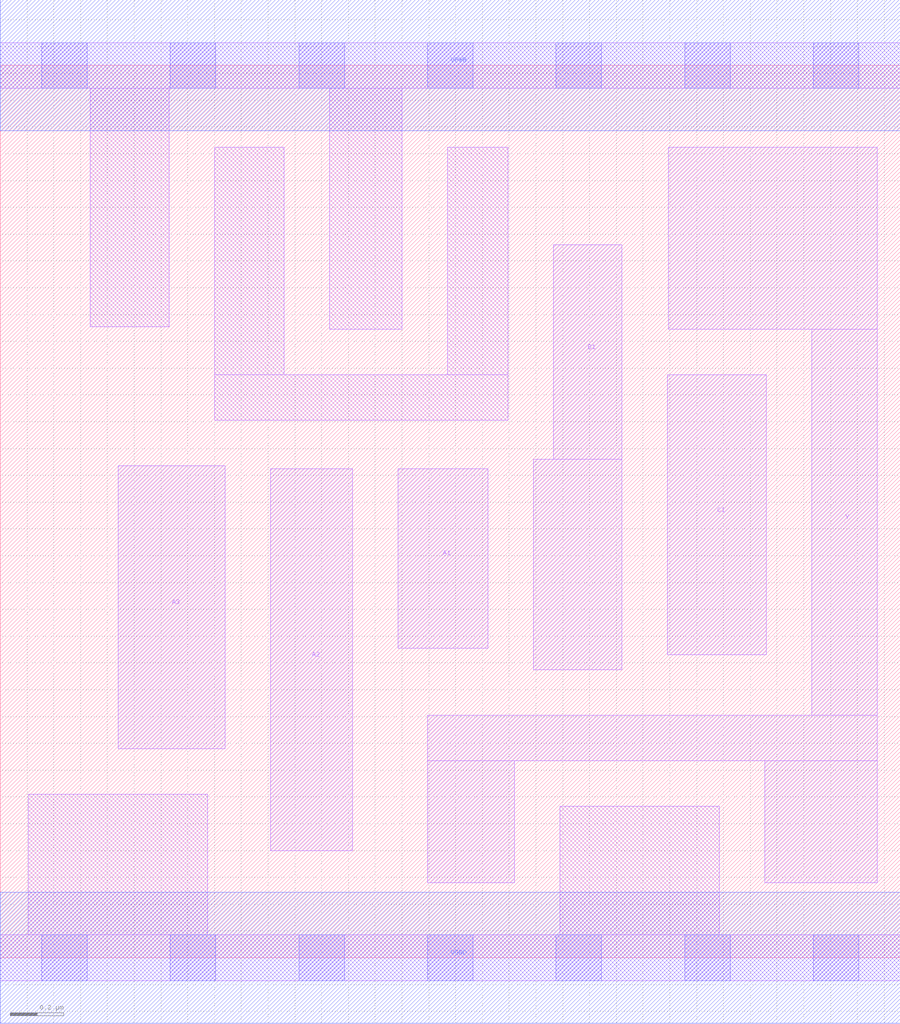
<source format=lef>
# Copyright 2020 The SkyWater PDK Authors
#
# Licensed under the Apache License, Version 2.0 (the "License");
# you may not use this file except in compliance with the License.
# You may obtain a copy of the License at
#
#     https://www.apache.org/licenses/LICENSE-2.0
#
# Unless required by applicable law or agreed to in writing, software
# distributed under the License is distributed on an "AS IS" BASIS,
# WITHOUT WARRANTIES OR CONDITIONS OF ANY KIND, either express or implied.
# See the License for the specific language governing permissions and
# limitations under the License.
#
# SPDX-License-Identifier: Apache-2.0

VERSION 5.7 ;
  NOWIREEXTENSIONATPIN ON ;
  DIVIDERCHAR "/" ;
  BUSBITCHARS "[]" ;
UNITS
  DATABASE MICRONS 200 ;
END UNITS
MACRO sky130_fd_sc_lp__a311oi_0
  CLASS CORE ;
  FOREIGN sky130_fd_sc_lp__a311oi_0 ;
  ORIGIN  0.000000  0.000000 ;
  SIZE  3.360000 BY  3.330000 ;
  SYMMETRY X Y R90 ;
  SITE unit ;
  PIN A1
    ANTENNAGATEAREA  0.159000 ;
    DIRECTION INPUT ;
    USE SIGNAL ;
    PORT
      LAYER li1 ;
        RECT 1.485000 1.155000 1.820000 1.825000 ;
    END
  END A1
  PIN A2
    ANTENNAGATEAREA  0.159000 ;
    DIRECTION INPUT ;
    USE SIGNAL ;
    PORT
      LAYER li1 ;
        RECT 1.010000 0.400000 1.315000 1.825000 ;
    END
  END A2
  PIN A3
    ANTENNAGATEAREA  0.159000 ;
    DIRECTION INPUT ;
    USE SIGNAL ;
    PORT
      LAYER li1 ;
        RECT 0.440000 0.780000 0.840000 1.835000 ;
    END
  END A3
  PIN B1
    ANTENNAGATEAREA  0.159000 ;
    DIRECTION INPUT ;
    USE SIGNAL ;
    PORT
      LAYER li1 ;
        RECT 1.990000 1.075000 2.320000 1.860000 ;
        RECT 2.065000 1.860000 2.320000 2.660000 ;
    END
  END B1
  PIN C1
    ANTENNAGATEAREA  0.159000 ;
    DIRECTION INPUT ;
    USE SIGNAL ;
    PORT
      LAYER li1 ;
        RECT 2.490000 1.130000 2.860000 2.175000 ;
    END
  END C1
  PIN Y
    ANTENNADIFFAREA  0.411100 ;
    DIRECTION OUTPUT ;
    USE SIGNAL ;
    PORT
      LAYER li1 ;
        RECT 1.595000 0.280000 1.920000 0.735000 ;
        RECT 1.595000 0.735000 3.275000 0.905000 ;
        RECT 2.495000 2.345000 3.275000 3.025000 ;
        RECT 2.855000 0.280000 3.275000 0.735000 ;
        RECT 3.030000 0.905000 3.275000 2.345000 ;
    END
  END Y
  PIN VGND
    DIRECTION INOUT ;
    USE GROUND ;
    PORT
      LAYER met1 ;
        RECT 0.000000 -0.245000 3.360000 0.245000 ;
    END
  END VGND
  PIN VPWR
    DIRECTION INOUT ;
    USE POWER ;
    PORT
      LAYER met1 ;
        RECT 0.000000 3.085000 3.360000 3.575000 ;
    END
  END VPWR
  OBS
    LAYER li1 ;
      RECT 0.000000 -0.085000 3.360000 0.085000 ;
      RECT 0.000000  3.245000 3.360000 3.415000 ;
      RECT 0.105000  0.085000 0.775000 0.610000 ;
      RECT 0.335000  2.355000 0.630000 3.245000 ;
      RECT 0.800000  2.005000 1.895000 2.175000 ;
      RECT 0.800000  2.175000 1.060000 3.025000 ;
      RECT 1.230000  2.345000 1.500000 3.245000 ;
      RECT 1.670000  2.175000 1.895000 3.025000 ;
      RECT 2.090000  0.085000 2.685000 0.565000 ;
    LAYER mcon ;
      RECT 0.155000 -0.085000 0.325000 0.085000 ;
      RECT 0.155000  3.245000 0.325000 3.415000 ;
      RECT 0.635000 -0.085000 0.805000 0.085000 ;
      RECT 0.635000  3.245000 0.805000 3.415000 ;
      RECT 1.115000 -0.085000 1.285000 0.085000 ;
      RECT 1.115000  3.245000 1.285000 3.415000 ;
      RECT 1.595000 -0.085000 1.765000 0.085000 ;
      RECT 1.595000  3.245000 1.765000 3.415000 ;
      RECT 2.075000 -0.085000 2.245000 0.085000 ;
      RECT 2.075000  3.245000 2.245000 3.415000 ;
      RECT 2.555000 -0.085000 2.725000 0.085000 ;
      RECT 2.555000  3.245000 2.725000 3.415000 ;
      RECT 3.035000 -0.085000 3.205000 0.085000 ;
      RECT 3.035000  3.245000 3.205000 3.415000 ;
  END
END sky130_fd_sc_lp__a311oi_0
END LIBRARY

</source>
